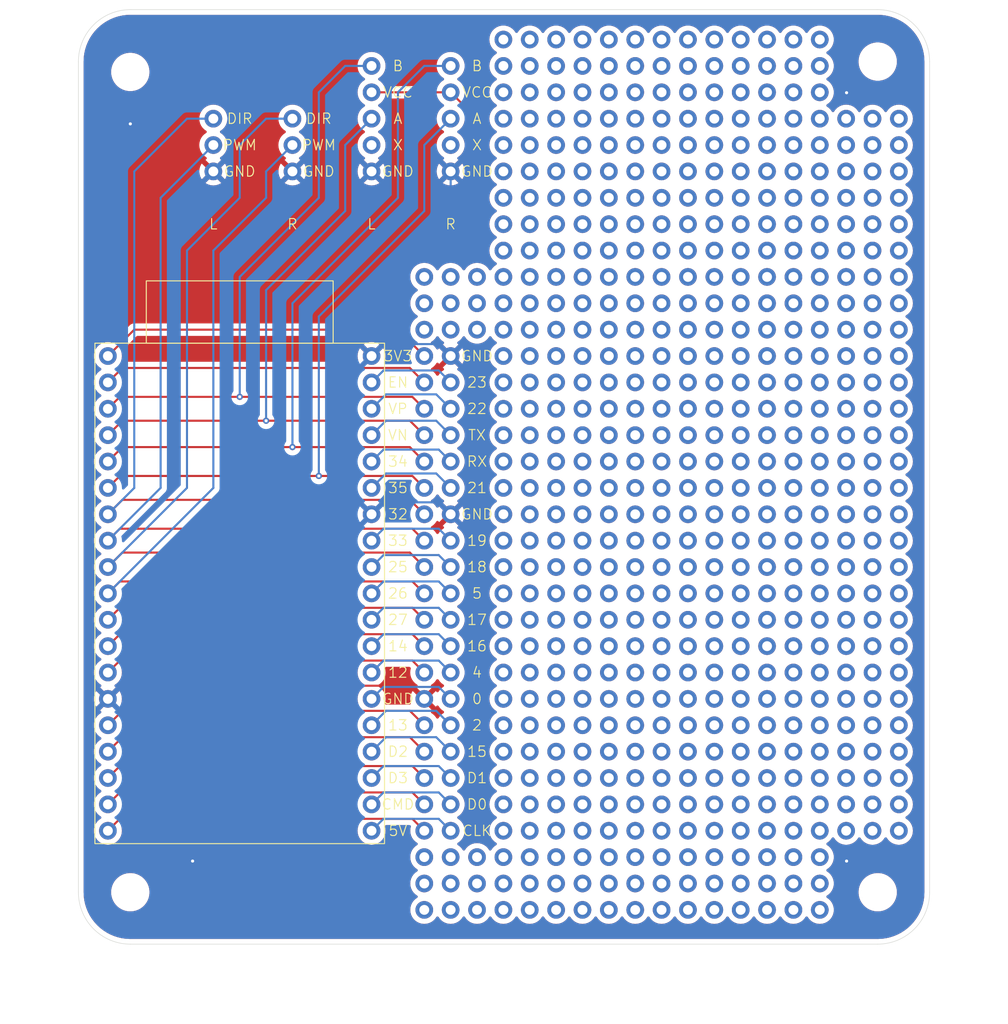
<source format=kicad_pcb>
(kicad_pcb (version 20240108) (generator "pcbnew") (generator_version "8.0")
  (layers (0 "F.Cu" signal) (31 "B.Cu" signal) (34 "B.Paste" user) (35 "F.Paste" user) (36 "B.SilkS" user "B.Silkscreen") (37 "F.SilkS" user "F.Silkscreen") (38 "B.Mask" user) (39 "F.Mask" user) (44 "Edge.Cuts" user))
  (net 0 "")
  (net 1 "+5V")
  (net 3 "GND")
  (net 5 "VN")
  (net 6 "14")
  (net 7 "32")
  (net 8 "13")
  (net 9 "33")
  (net 10 "EN")
  (net 11 "D2")
  (net 12 "12")
  (net 13 "+3V3")
  (net 14 "35")
  (net 15 "VP")
  (net 16 "34")
  (net 17 "25")
  (net 18 "CMD")
  (net 19 "D3")
  (net 20 "26")
  (net 21 "27")
  (net 22 "21")
  (net 23 "4")
  (net 24 "23")
  (net 25 "17")
  (net 26 "D1")
  (net 27 "22")
  (net 28 "15")
  (net 29 "D9")
  (net 30 "19")
  (net 31 "RX")
  (net 32 "TX")
  (net 33 "5")
  (net 34 "CLK")
  (net 35 "16")
  (net 36 "2")
  (net 37 "18")
  (net 38 "0")
  (footprint "MountingHole:MountingHole_3.2mm_M3_DIN965" (layer "F.Cu") (at 191 58)
    (property "Reference" "REF**")
    (property "Value" "MountingHole_3.2mm_M3_DIN965")
  )
  (footprint "XH:XH-3pin" (layer "F.Cu") (at 127 73.66)
    (property "Reference" "L")
    (property "Value" "Conn_01x03")
  )
  (footprint "Free-hole:8x31" (layer "F.Cu") (at 154.94 139.7)
    (property "Reference" "REF**")
    (property "Value" "8x31")
  )
  (footprint "XH:XH-5pin" (layer "F.Cu") (at 149.86 73.66)
    (property "Reference" "R")
    (property "Value" "Conn_01x05")
  )
  (footprint "hole_19pin:hole_19pin" (layer "F.Cu") (at 148.59 109.22)
    (property "Reference" "J5")
    (property "Value" "Conn_02x19_Counter_Clockwise")
  )
  (footprint "MountingHole:MountingHole_3.2mm_M3_DIN965" (layer "F.Cu") (at 119 59)
    (property "Reference" "REF**")
    (property "Value" "MountingHole_3.2mm_M3_DIN965")
  )
  (footprint "MountingHole:MountingHole_3.2mm_M3_DIN965" (layer "F.Cu") (at 119 138)
    (property "Reference" "REF**")
    (property "Value" "MountingHole_3.2mm_M3_DIN965")
  )
  (footprint "XH:XH-3pin" (layer "F.Cu") (at 134.62 73.66)
    (property "Reference" "R")
    (property "Value" "Conn_01x03")
  )
  (footprint "MountingHole:MountingHole_3.2mm_M3_DIN965" (layer "F.Cu") (at 191 138)
    (property "Reference" "REF**")
    (property "Value" "MountingHole_3.2mm_M3_DIN965")
  )
  (footprint "ESP32-WROOM-32E:ESP32-WROOM-32E" (layer "F.Cu") (at 129.54 109.22)
    (property "Reference" "U1")
    (property "Value" "~")
  )
  (footprint "XH:XH-5pin" (layer "F.Cu") (at 142.24 73.66)
    (property "Reference" "L")
    (property "Value" "Conn_01x05")
  )
  (gr_line (start 114 138) (end 114 58) (stroke (width 0.05)) (layer "Edge.Cuts"))
  (gr_line (start 119 143) (end 191 143) (stroke (width 0.05)) (layer "Edge.Cuts"))
  (gr_arc (start 191 53) (mid 194.535534 54.464466) (end 196 58) (stroke (width 0.05)) (layer "Edge.Cuts"))
  (gr_line (start 196 138) (end 196 58) (stroke (width 0.05)) (layer "Edge.Cuts"))
  (gr_arc (start 114 58) (mid 115.464466 54.464466) (end 119 53) (stroke (width 0.05)) (layer "Edge.Cuts"))
  (gr_arc (start 119 143) (mid 115.464466 141.535534) (end 114 138) (stroke (width 0.05)) (layer "Edge.Cuts"))
  (gr_line (start 191 53) (end 119 53) (stroke (width 0.05)) (layer "Edge.Cuts"))
  (gr_arc (start 196 138) (mid 194.535534 141.535534) (end 191 143) (stroke (width 0.05)) (layer "Edge.Cuts"))
  (segment (start 117.99 130.93) (end 116.84 132.08) (width 0.2) (layer "F.Cu") (net 1))
  (segment (start 146.17 130.93) (end 117.99 130.93) (width 0.2) (layer "F.Cu") (net 1))
  (segment (start 147.32 132.08) (end 146.17 130.93) (width 0.2) (layer "F.Cu") (net 1))
  (segment (start 146.05 118.11) (end 118.11 118.11) (width 0.2) (layer "F.Cu") (net 3))
  (segment (start 118.11 118.11) (end 116.84 119.38) (width 0.2) (layer "F.Cu") (net 3))
  (segment (start 147.32 119.38) (end 146.05 118.11) (width 0.2) (layer "F.Cu") (net 3))
  (via (at 188 61) (size 0.6) (drill 0.3) (layers "F.Cu" "B.Cu") (net 3))
  (via (at 119 64) (size 0.6) (drill 0.3) (layers "F.Cu" "B.Cu") (net 3))
  (via (at 125 135) (size 0.6) (drill 0.3) (layers "F.Cu" "B.Cu") (net 3))
  (via (at 188 135) (size 0.6) (drill 0.3) (layers "F.Cu" "B.Cu") (net 3))
  (segment (start 149.86 72.39) (end 149.86 68.58) (width 0.2) (layer "B.Cu") (net 3))
  (segment (start 148.71 100.45) (end 143.39 100.45) (width 0.2) (layer "B.Cu") (net 3))
  (segment (start 149.86 101.6) (end 148.71 100.45) (width 0.2) (layer "B.Cu") (net 3))
  (segment (start 144.78 85.21) (end 143.63 85.21) (width 0.2) (layer "B.Cu") (net 3))
  (segment (start 144.78 85.21) (end 143.39 85.21) (width 0.2) (layer "B.Cu") (net 3))
  (segment (start 143.39 100.45) (end 142.24 101.6) (width 0.2) (layer "B.Cu") (net 3))
  (segment (start 144.145 84.455) (end 144.145 78.105) (width 0.2) (layer "B.Cu") (net 3))
  (segment (start 143.39 85.21) (end 142.24 86.36) (width 0.2) (layer "B.Cu") (net 3))
  (segment (start 148.71 85.21) (end 144.78 85.21) (width 0.2) (layer "B.Cu") (net 3))
  (segment (start 149.86 86.36) (end 148.71 85.21) (width 0.2) (layer "B.Cu") (net 3))
  (segment (start 144.145 78.105) (end 149.86 72.39) (width 0.2) (layer "B.Cu") (net 3))
  (segment (start 142.24 86.36) (end 144.145 84.455) (width 0.2) (layer "B.Cu") (net 3))
  (segment (start 147.32 93.98) (end 145.93 92.59) (width 0.2) (layer "F.Cu") (net 5))
  (segment (start 132.08 92.59) (end 118.23 92.59) (width 0.2) (layer "F.Cu") (net 5))
  (segment (start 118.23 92.59) (end 116.84 93.98) (width 0.2) (layer "F.Cu") (net 5))
  (segment (start 145.93 92.59) (end 132.08 92.59) (width 0.2) (layer "F.Cu") (net 5))
  (via (at 132.08 92.59) (size 0.6) (drill 0.3) (layers "F.Cu" "B.Cu") (net 5))
  (segment (start 132.08 80.01) (end 139.7 72.39) (width 0.2) (layer "B.Cu") (net 5))
  (segment (start 139.7 66.04) (end 142.24 63.5) (width 0.2) (layer "B.Cu") (net 5))
  (segment (start 139.7 72.39) (end 139.7 66.04) (width 0.2) (layer "B.Cu") (net 5))
  (segment (start 132.08 92.59) (end 132.08 80.01) (width 0.2) (layer "B.Cu") (net 5))
  (segment (start 116.84 114.3) (end 117.99 113.15) (width 0.2) (layer "F.Cu") (net 6))
  (segment (start 117.99 113.15) (end 146.17 113.15) (width 0.2) (layer "F.Cu") (net 6))
  (segment (start 146.17 113.15) (end 147.32 114.3) (width 0.2) (layer "F.Cu") (net 6))
  (segment (start 118.23 100.21) (end 116.84 101.6) (width 0.2) (layer "F.Cu") (net 7))
  (segment (start 145.93 100.21) (end 118.23 100.21) (width 0.2) (layer "F.Cu") (net 7))
  (segment (start 147.32 101.6) (end 145.93 100.21) (width 0.2) (layer "F.Cu") (net 7))
  (segment (start 119.38 68.58) (end 124.46 63.5) (width 0.2) (layer "B.Cu") (net 7))
  (segment (start 124.46 63.5) (end 127 63.5) (width 0.2) (layer "B.Cu") (net 7))
  (segment (start 116.84 101.6) (end 119.38 99.06) (width 0.2) (layer "B.Cu") (net 7))
  (segment (start 119.38 99.06) (end 119.38 68.58) (width 0.2) (layer "B.Cu") (net 7))
  (segment (start 116.84 121.92) (end 118.23 120.53) (width 0.2) (layer "F.Cu") (net 8))
  (segment (start 118.23 120.53) (end 145.93 120.53) (width 0.2) (layer "F.Cu") (net 8))
  (segment (start 145.93 120.53) (end 147.32 121.92) (width 0.2) (layer "F.Cu") (net 8))
  (segment (start 146.17 102.99) (end 117.99 102.99) (width 0.2) (layer "F.Cu") (net 9))
  (segment (start 117.99 102.99) (end 116.84 104.14) (width 0.2) (layer "F.Cu") (net 9))
  (segment (start 147.32 104.14) (end 146.17 102.99) (width 0.2) (layer "F.Cu") (net 9))
  (segment (start 121.92 99.06) (end 116.84 104.14) (width 0.2) (layer "B.Cu") (net 9))
  (segment (start 121.92 71.12) (end 121.92 99.06) (width 0.2) (layer "B.Cu") (net 9))
  (segment (start 127 66.04) (end 121.92 71.12) (width 0.2) (layer "B.Cu") (net 9))
  (segment (start 118.23 87.51) (end 116.84 88.9) (width 0.2) (layer "F.Cu") (net 10))
  (segment (start 147.32 88.9) (end 145.93 87.51) (width 0.2) (layer "F.Cu") (net 10))
  (segment (start 145.93 87.51) (end 118.23 87.51) (width 0.2) (layer "F.Cu") (net 10))
  (segment (start 145.93 123.07) (end 118.23 123.07) (width 0.2) (layer "F.Cu") (net 11))
  (segment (start 147.32 124.46) (end 145.93 123.07) (width 0.2) (layer "F.Cu") (net 11))
  (segment (start 118.23 123.07) (end 116.84 124.46) (width 0.2) (layer "F.Cu") (net 11))
  (segment (start 146.17 115.69) (end 117.99 115.69) (width 0.2) (layer "F.Cu") (net 12))
  (segment (start 117.99 115.69) (end 116.84 116.84) (width 0.2) (layer "F.Cu") (net 12))
  (segment (start 147.32 116.84) (end 146.17 115.69) (width 0.2) (layer "F.Cu") (net 12))
  (segment (start 119.38 83.82) (end 116.84 86.36) (width 0.2) (layer "F.Cu") (net 13))
  (segment (start 152.4 69.85) (end 138.43 83.82) (width 0.2) (layer "F.Cu") (net 13))
  (segment (start 138.43 83.82) (end 119.38 83.82) (width 0.2) (layer "F.Cu") (net 13))
  (segment (start 142.24 60.96) (end 149.86 60.96) (width 0.2) (layer "F.Cu") (net 13))
  (segment (start 147.32 86.36) (end 144.78 83.82) (width 0.2) (layer "F.Cu") (net 13))
  (segment (start 152.4 63.5) (end 152.4 69.85) (width 0.2) (layer "F.Cu") (net 13))
  (segment (start 149.86 60.96) (end 152.4 63.5) (width 0.2) (layer "F.Cu") (net 13))
  (segment (start 144.78 83.82) (end 138.43 83.82) (width 0.2) (layer "F.Cu") (net 13))
  (segment (start 137.16 97.91) (end 117.99 97.91) (width 0.2) (layer "F.Cu") (net 14))
  (segment (start 146.17 97.91) (end 137.16 97.91) (width 0.2) (layer "F.Cu") (net 14))
  (segment (start 147.32 99.06) (end 146.17 97.91) (width 0.2) (layer "F.Cu") (net 14))
  (segment (start 117.99 97.91) (end 116.84 99.06) (width 0.2) (layer "F.Cu") (net 14))
  (via (at 137.16 97.91) (size 0.6) (drill 0.3) (layers "F.Cu" "B.Cu") (net 14))
  (segment (start 147.32 66.04) (end 149.86 63.5) (width 0.2) (layer "B.Cu") (net 14))
  (segment (start 137.16 82.55) (end 147.32 72.39) (width 0.2) (layer "B.Cu") (net 14))
  (segment (start 137.16 97.91) (end 137.16 82.55) (width 0.2) (layer "B.Cu") (net 14))
  (segment (start 147.32 72.39) (end 147.32 66.04) (width 0.2) (layer "B.Cu") (net 14))
  (segment (start 117.99 90.29) (end 116.84 91.44) (width 0.2) (layer "F.Cu") (net 15))
  (segment (start 147.32 91.44) (end 146.17 90.29) (width 0.2) (layer "F.Cu") (net 15))
  (segment (start 146.17 90.29) (end 129.54 90.29) (width 0.2) (layer "F.Cu") (net 15))
  (segment (start 129.54 90.29) (end 117.99 90.29) (width 0.2) (layer "F.Cu") (net 15))
  (via (at 129.54 90.29) (size 0.6) (drill 0.3) (layers "F.Cu" "B.Cu") (net 15))
  (segment (start 137.16 60.96) (end 137.16 71.12) (width 0.2) (layer "B.Cu") (net 15))
  (segment (start 139.7 58.42) (end 137.16 60.96) (width 0.2) (layer "B.Cu") (net 15))
  (segment (start 142.24 58.42) (end 139.7 58.42) (width 0.2) (layer "B.Cu") (net 15))
  (segment (start 129.54 78.74) (end 129.54 90.29) (width 0.2) (layer "B.Cu") (net 15))
  (segment (start 137.16 71.12) (end 129.54 78.74) (width 0.2) (layer "B.Cu") (net 15))
  (segment (start 118.23 95.13) (end 116.84 96.52) (width 0.2) (layer "F.Cu") (net 16))
  (segment (start 134.62 95.13) (end 118.23 95.13) (width 0.2) (layer "F.Cu") (net 16))
  (segment (start 145.93 95.13) (end 134.62 95.13) (width 0.2) (layer "F.Cu") (net 16))
  (segment (start 147.32 96.52) (end 145.93 95.13) (width 0.2) (layer "F.Cu") (net 16))
  (via (at 134.62 95.13) (size 0.6) (drill 0.3) (layers "F.Cu" "B.Cu") (net 16))
  (segment (start 147.32 58.42) (end 149.86 58.42) (width 0.2) (layer "B.Cu") (net 16))
  (segment (start 144.78 60.96) (end 147.32 58.42) (width 0.2) (layer "B.Cu") (net 16))
  (segment (start 134.62 81.28) (end 144.78 71.12) (width 0.2) (layer "B.Cu") (net 16))
  (segment (start 134.62 95.13) (end 134.62 81.28) (width 0.2) (layer "B.Cu") (net 16))
  (segment (start 144.78 71.12) (end 144.78 60.96) (width 0.2) (layer "B.Cu") (net 16))
  (segment (start 147.32 106.68) (end 145.93 105.29) (width 0.2) (layer "F.Cu") (net 17))
  (segment (start 118.23 105.29) (end 116.84 106.68) (width 0.2) (layer "F.Cu") (net 17))
  (segment (start 145.93 105.29) (end 118.23 105.29) (width 0.2) (layer "F.Cu") (net 17))
  (segment (start 124.46 76.2) (end 129.54 71.12) (width 0.2) (layer "B.Cu") (net 17))
  (segment (start 124.46 99.06) (end 124.46 76.2) (width 0.2) (layer "B.Cu") (net 17))
  (segment (start 129.54 71.12) (end 129.54 66.04) (width 0.2) (layer "B.Cu") (net 17))
  (segment (start 129.54 66.04) (end 132.08 63.5) (width 0.2) (layer "B.Cu") (net 17))
  (segment (start 132.08 63.5) (end 134.62 63.5) (width 0.2) (layer "B.Cu") (net 17))
  (segment (start 116.84 106.68) (end 124.46 99.06) (width 0.2) (layer "B.Cu") (net 17))
  (segment (start 146.17 128.39) (end 117.99 128.39) (width 0.2) (layer "F.Cu") (net 18))
  (segment (start 147.32 129.54) (end 146.17 128.39) (width 0.2) (layer "F.Cu") (net 18))
  (segment (start 117.99 128.39) (end 116.84 129.54) (width 0.2) (layer "F.Cu") (net 18))
  (segment (start 116.84 127) (end 117.99 125.85) (width 0.2) (layer "F.Cu") (net 19))
  (segment (start 117.99 125.85) (end 146.17 125.85) (width 0.2) (layer "F.Cu") (net 19))
  (segment (start 146.17 125.85) (end 147.32 127) (width 0.2) (layer "F.Cu") (net 19))
  (segment (start 146.17 108.07) (end 117.99 108.07) (width 0.2) (layer "F.Cu") (net 20))
  (segment (start 147.32 109.22) (end 146.17 108.07) (width 0.2) (layer "F.Cu") (net 20))
  (segment (start 117.99 108.07) (end 116.84 109.22) (width 0.2) (layer "F.Cu") (net 20))
  (segment (start 127 99.06) (end 116.84 109.22) (width 0.2) (layer "B.Cu") (net 20))
  (segment (start 134.62 66.04) (end 132.08 68.58) (width 0.2) (layer "B.Cu") (net 20))
  (segment (start 132.08 68.58) (end 132.08 71.12) (width 0.2) (layer "B.Cu") (net 20))
  (segment (start 127 76.2) (end 127 99.06) (width 0.2) (layer "B.Cu") (net 20))
  (segment (start 132.08 71.12) (end 127 76.2) (width 0.2) (layer "B.Cu") (net 20))
  (segment (start 147.32 111.76) (end 146.17 110.61) (width 0.2) (layer "F.Cu") (net 21))
  (segment (start 146.17 110.61) (end 117.99 110.61) (width 0.2) (layer "F.Cu") (net 21))
  (segment (start 117.99 110.61) (end 116.84 111.76) (width 0.2) (layer "F.Cu") (net 21))
  (segment (start 148.47 97.67) (end 143.63 97.67) (width 0.2) (layer "B.Cu") (net 22))
  (segment (start 149.86 99.06) (end 148.47 97.67) (width 0.2) (layer "B.Cu") (net 22))
  (segment (start 143.63 97.67) (end 142.24 99.06) (width 0.2) (layer "B.Cu") (net 22))
  (segment (start 143.39 115.69) (end 142.24 116.84) (width 0.2) (layer "B.Cu") (net 23))
  (segment (start 148.71 115.69) (end 143.39 115.69) (width 0.2) (layer "B.Cu") (net 23))
  (segment (start 149.86 116.84) (end 148.71 115.69) (width 0.2) (layer "B.Cu") (net 23))
  (segment (start 148.71 87.75) (end 143.39 87.75) (width 0.2) (layer "B.Cu") (net 24))
  (segment (start 143.39 87.75) (end 142.24 88.9) (width 0.2) (layer "B.Cu") (net 24))
  (segment (start 149.86 88.9) (end 148.71 87.75) (width 0.2) (layer "B.Cu") (net 24))
  (segment (start 143.39 110.61) (end 148.71 110.61) (width 0.2) (layer "B.Cu") (net 25))
  (segment (start 148.71 110.61) (end 149.86 111.76) (width 0.2) (layer "B.Cu") (net 25))
  (segment (start 142.24 111.76) (end 143.39 110.61) (width 0.2) (layer "B.Cu") (net 25))
  (segment (start 148.71 125.85) (end 149.86 127) (width 0.2) (layer "B.Cu") (net 26))
  (segment (start 143.39 125.85) (end 148.71 125.85) (width 0.2) (layer "B.Cu") (net 26))
  (segment (start 142.24 127) (end 143.39 125.85) (width 0.2) (layer "B.Cu") (net 26))
  (segment (start 148.47 90.05) (end 149.86 91.44) (width 0.2) (layer "B.Cu") (net 27))
  (segment (start 142.24 91.44) (end 143.63 90.05) (width 0.2) (layer "B.Cu") (net 27))
  (segment (start 143.63 90.05) (end 148.47 90.05) (width 0.2) (layer "B.Cu") (net 27))
  (segment (start 142.24 124.46) (end 143.63 123.07) (width 0.2) (layer "B.Cu") (net 28))
  (segment (start 148.47 123.07) (end 149.86 124.46) (width 0.2) (layer "B.Cu") (net 28))
  (segment (start 143.63 123.07) (end 148.47 123.07) (width 0.2) (layer "B.Cu") (net 28))
  (segment (start 143.39 128.39) (end 142.24 129.54) (width 0.2) (layer "B.Cu") (net 29))
  (segment (start 148.71 128.39) (end 143.39 128.39) (width 0.2) (layer "B.Cu") (net 29))
  (segment (start 149.86 129.54) (end 148.71 128.39) (width 0.2) (layer "B.Cu") (net 29))
  (segment (start 148.71 102.99) (end 143.39 102.99) (width 0.2) (layer "B.Cu") (net 30))
  (segment (start 143.39 102.99) (end 142.24 104.14) (width 0.2) (layer "B.Cu") (net 30))
  (segment (start 149.86 104.14) (end 148.71 102.99) (width 0.2) (layer "B.Cu") (net 30))
  (segment (start 148.71 95.37) (end 149.86 96.52) (width 0.2) (layer "B.Cu") (net 31))
  (segment (start 143.39 95.37) (end 148.71 95.37) (width 0.2) (layer "B.Cu") (net 31))
  (segment (start 142.24 96.52) (end 143.39 95.37) (width 0.2) (layer "B.Cu") (net 31))
  (segment (start 149.86 93.98) (end 148.47 92.59) (width 0.2) (layer "B.Cu") (net 32))
  (segment (start 143.63 92.59) (end 142.24 93.98) (width 0.2) (layer "B.Cu") (net 32))
  (segment (start 148.47 92.59) (end 143.63 92.59) (width 0.2) (layer "B.Cu") (net 32))
  (segment (start 143.39 108.07) (end 142.24 109.22) (width 0.2) (layer "B.Cu") (net 33))
  (segment (start 149.86 109.22) (end 148.71 108.07) (width 0.2) (layer "B.Cu") (net 33))
  (segment (start 148.71 108.07) (end 143.39 108.07) (width 0.2) (layer "B.Cu") (net 33))
  (segment (start 142.24 132.08) (end 143.39 130.93) (width 0.2) (layer "B.Cu") (net 34))
  (segment (start 143.39 130.93) (end 148.71 130.93) (width 0.2) (layer "B.Cu") (net 34))
  (segment (start 148.71 130.93) (end 149.86 132.08) (width 0.2) (layer "B.Cu") (net 34))
  (segment (start 148.71 113.15) (end 149.86 114.3) (width 0.2) (layer "B.Cu") (net 35))
  (segment (start 143.39 113.15) (end 148.71 113.15) (width 0.2) (layer "B.Cu") (net 35))
  (segment (start 142.24 114.3) (end 143.39 113.15) (width 0.2) (layer "B.Cu") (net 35))
  (segment (start 142.24 121.92) (end 143.63 120.53) (width 0.2) (layer "B.Cu") (net 36))
  (segment (start 143.63 120.53) (end 148.47 120.53) (width 0.2) (layer "B.Cu") (net 36))
  (segment (start 148.47 120.53) (end 149.86 121.92) (width 0.2) (layer "B.Cu") (net 36))
  (segment (start 143.39 105.53) (end 148.71 105.53) (width 0.2) (layer "B.Cu") (net 37))
  (segment (start 142.24 106.68) (end 143.39 105.53) (width 0.2) (layer "B.Cu") (net 37))
  (segment (start 148.71 105.53) (end 149.86 106.68) (width 0.2) (layer "B.Cu") (net 37))
  (segment (start 143.39 118.23) (end 148.71 118.23) (width 0.2) (layer "B.Cu") (net 38))
  (segment (start 142.24 119.38) (end 143.39 118.23) (width 0.2) (layer "B.Cu") (net 38))
  (segment (start 148.71 118.23) (end 149.86 119.38) (width 0.2) (layer "B.Cu") (net 38))
  (zone (net 3) (net_name "GND") (layer "F.Cu") (connect_pads (clearance 0.5)) (min_thickness 0.25) (fill yes (thermal_gap 0.5) (thermal_bridge_width 0.5))
    (polygon (pts (xy 113.03 52.07) (xy 196.85 52.07) (xy 196.85 143.51) (xy 113.03 143.51)))
  )
  (zone (net 3) (net_name "GND") (layer "B.Cu") (priority 1) (connect_pads (clearance 0.5)) (min_thickness 0.25) (fill yes (thermal_gap 0.5) (thermal_bridge_width 0.5))
    (polygon (pts (xy 113.03 52.07) (xy 196.85 52.07) (xy 196.85 143.51) (xy 113.03 143.51)))
  )
)
</source>
